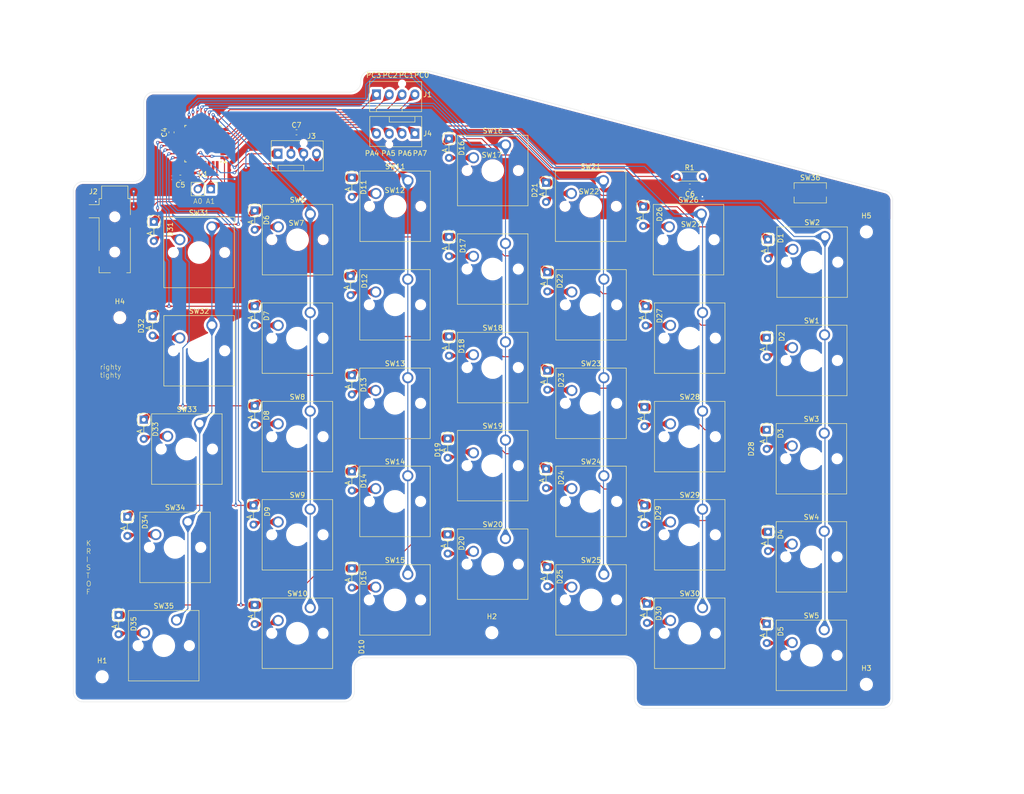
<source format=kicad_pcb>
(kicad_pcb (version 20240108) (generator "pcbnew") (generator_version "8.0")
  (title_block (title "Keyboard Right") (date "2024-12-05") (rev "1.0") (company "Anders Kristoffersen"))
  (layers (0 "F.Cu" signal) (31 "B.Cu" signal) (34 "B.Paste" user) (35 "F.Paste" user) (36 "B.SilkS" user "B.Silkscreen") (37 "F.SilkS" user "F.Silkscreen") (38 "B.Mask" user) (39 "F.Mask" user) (44 "Edge.Cuts" user))
  (net 0 "")
  (net 1 "VDD")
  (net 2 "GND")
  (net 3 "Net-(J3-Pin_4)")
  (net 4 "row1")
  (net 5 "Net-(D1-A)")
  (net 6 "row2")
  (net 7 "Net-(D2-A)")
  (net 8 "Net-(D3-A)")
  (net 9 "row3")
  (net 10 "Net-(D4-A)")
  (net 11 "row4")
  (net 12 "Net-(D5-A)")
  (net 13 "row5")
  (net 14 "Net-(D6-A)")
  (net 15 "Net-(D7-A)")
  (net 16 "Net-(D8-A)")
  (net 17 "Net-(D9-A)")
  (net 18 "Net-(D10-A)")
  (net 19 "Net-(D11-A)")
  (net 20 "Net-(D12-A)")
  (net 21 "Net-(D13-A)")
  (net 22 "Net-(D14-A)")
  (net 23 "Net-(D15-A)")
  (net 24 "Net-(D16-A)")
  (net 25 "Net-(D17-A)")
  (net 26 "Net-(D18-A)")
  (net 27 "Net-(D19-A)")
  (net 28 "Net-(D20-A)")
  (net 29 "Net-(D21-A)")
  (net 30 "Net-(D22-A)")
  (net 31 "Net-(D23-A)")
  (net 32 "Net-(D24-A)")
  (net 33 "Net-(D25-A)")
  (net 34 "Net-(D26-A)")
  (net 35 "Net-(D27-A)")
  (net 36 "Net-(D28-A)")
  (net 37 "Net-(D29-A)")
  (net 38 "Net-(D30-A)")
  (net 39 "Net-(D31-A)")
  (net 40 "Net-(D32-A)")
  (net 41 "Net-(D33-A)")
  (net 42 "Net-(D34-A)")
  (net 43 "Net-(D35-A)")
  (net 44 "Net-(J1-Pin_2)")
  (net 45 "Net-(J1-Pin_4)")
  (net 46 "Net-(J1-Pin_3)")
  (net 47 "Net-(J1-Pin_1)")
  (net 48 "scl")
  (net 49 "Net-(J3-Pin_1)")
  (net 50 "Net-(J4-Pin_3)")
  (net 51 "Net-(J4-Pin_2)")
  (net 52 "Net-(J4-Pin_1)")
  (net 53 "Net-(J4-Pin_4)")
  (net 54 "Net-(J5-Pin_1)")
  (net 55 "Net-(J5-Pin_2)")
  (net 56 "Net-(R1-Pad1)")
  (net 57 "col1")
  (net 58 "col2")
  (net 59 "col3")
  (net 60 "col4")
  (net 61 "col5")
  (net 62 "col6")
  (net 63 "col7")
  (net 66 "sda")
  (footprint "Diode_THT:D_DO-35_SOD27_P3.81mm_Vertical_AnodeUp" (layer "F.Cu") (at 121.25 96.750686 -90)
    (property "Reference" "D14")
    (property "Value" "D_45deg")
  )
  (footprint "Button_Switch_Keyboard:SW_Cherry_MX_1.00u_PCB" (layer "F.Cu") (at 190.77 104.25)
    (property "Reference" "SW29")
    (property "Value" "SW_Push")
  )
  (footprint "Package_QFP:TQFP-32_7x7mm_P0.8mm" (layer "F.Cu") (at 91.75 31.75 180)
    (property "Reference" "U1")
    (property "Value" "AVR32DA32x-xPT")
  )
  (footprint "Diode_THT:D_DO-35_SOD27_P3.81mm_Vertical_AnodeUp" (layer "F.Cu") (at 179.75 123.000686 -90)
    (property "Reference" "D30")
    (property "Value" "D_45deg")
  )
  (footprint "Button_Switch_Keyboard:SW_Cherry_MX_1.00u_PCB" (layer "F.Cu") (at 151.71 71.08)
    (property "Reference" "SW18")
    (property "Value" "SW_Push")
  )
  (footprint "Button_Switch_Keyboard:SW_Cherry_MX_1.00u_PCB" (layer "F.Cu") (at 190.77 65.25)
    (property "Reference" "SW27")
    (property "Value" "SW_Push")
  )
  (footprint "Connector:FanPinHeader_1x04_P2.54mm_Vertical" (layer "F.Cu") (at 133.75 29.75 180)
    (property "Reference" "J4")
    (property "Value" "Conn_01x04_Pin")
  )
  (footprint "Diode_THT:D_DO-35_SOD27_P3.81mm_Vertical_AnodeUp" (layer "F.Cu") (at 102 123.250686 -90)
    (property "Reference" "D10")
    (property "Value" "D_45deg")
  )
  (footprint "Diode_THT:D_DO-35_SOD27_P3.81mm_Vertical_AnodeUp" (layer "F.Cu") (at 102 83.750686 -90)
    (property "Reference" "D8")
    (property "Value" "D_45deg")
  )
  (footprint "Button_Switch_Keyboard:SW_Cherry_MX_1.75u_PCB" (layer "F.Cu") (at 86.5 126.25)
    (property "Reference" "SW35")
    (property "Value" "SW_Push")
  )
  (footprint "Diode_THT:D_DO-35_SOD27_P3.81mm_Vertical_AnodeUp" (layer "F.Cu") (at 203.75 108.750686 -90)
    (property "Reference" "D4")
    (property "Value" "D_45deg")
  )
  (footprint "Button_Switch_Keyboard:SW_Cherry_MX_1.50u_PCB" (layer "F.Cu") (at 214.96 69.67)
    (property "Reference" "SW1")
    (property "Value" "SW_Push")
  )
  (footprint "Diode_THT:D_DO-35_SOD27_P3.81mm_Vertical_AnodeUp" (layer "F.Cu") (at 179.25 103.500686 -90)
    (property "Reference" "D29")
    (property "Value" "D_45deg")
  )
  (footprint "Connector_Audio:Jack_3.5mm_CUI_SJ-3524-SMT_Horizontal" (layer "F.Cu") (at 74.25 48.75)
    (property "Reference" "J2")
    (property "Value" "AudioJack4")
  )
  (footprint "Diode_THT:D_DO-35_SOD27_P3.81mm_Vertical_AnodeUp" (layer "F.Cu") (at 121.25 116.000686 -90)
    (property "Reference" "D15")
    (property "Value" "D_45deg")
  )
  (footprint "Connector:FanPinHeader_1x04_P2.54mm_Vertical" (layer "F.Cu") (at 106.63 33.75)
    (property "Reference" "J3")
    (property "Value" "Conn_01x04_Pin")
  )
  (footprint "Diode_THT:D_DO-35_SOD27_P3.81mm_Vertical_AnodeUp" (layer "F.Cu") (at 140.5 70 -90)
    (property "Reference" "D18")
    (property "Value" "D_45deg")
  )
  (footprint "Diode_THT:D_DO-35_SOD27_P3.81mm_Vertical_AnodeUp" (layer "F.Cu") (at 140.25 90.250686 -90)
    (property "Reference" "D19")
    (property "Value" "D_45deg")
  )
  (footprint "Diode_THT:D_DO-35_SOD27_P3.81mm_Vertical_AnodeUp" (layer "F.Cu") (at 160 115.75 -90)
    (property "Reference" "D25")
    (property "Value" "D_45deg")
  )
  (footprint "Connector_PinHeader_2.54mm:PinHeader_1x02_P2.54mm_Vertical" (layer "F.Cu") (at 93.275 40.75 -90)
    (property "Reference" "J5" (hide yes))
    (property "Value" "Conn_01x02_Pin")
  )
  (footprint "Diode_THT:D_DO-35_SOD27_P3.81mm_Vertical_AnodeUp" (layer "F.Cu") (at 160 76.75 -90)
    (property "Reference" "D23")
    (property "Value" "D_45deg")
  )
  (footprint "Capacitor_SMD:C_0603_1608Metric" (layer "F.Cu") (at 85.5 29.5 90)
    (property "Reference" "C4")
    (property "Value" "C_Small")
  )
  (footprint "Button_Switch_Keyboard:SW_Cherry_MX_1.00u_PCB" (layer "F.Cu") (at 132.38 39.09)
    (property "Reference" "SW11")
    (property "Value" "SW_Push")
  )
  (footprint "Diode_THT:D_DO-35_SOD27_P3.81mm_Vertical_AnodeUp" (layer "F.Cu") (at 102 45.000686 -90)
    (property "Reference" "D6")
    (property "Value" "D_45deg")
  )
  (footprint "Diode_THT:D_DO-35_SOD27_P3.81mm_Vertical_AnodeUp" (layer "F.Cu") (at 76.75 105.75 -90)
    (property "Reference" "D34")
    (property "Value" "D_45deg")
  )
  (footprint "Button_Switch_Keyboard:SW_Cherry_MX_1.00u_PCB" (layer "F.Cu") (at 113 65.25)
    (property "Reference" "SW7")
    (property "Value" "SW_Push")
  )
  (footprint "MountingHole:MountingHole_2.1mm" (layer "F.Cu") (at 75.25 66.25)
    (property "Reference" "H4")
    (property "Value" "MountingHole")
  )
  (footprint "Capacitor_SMD:C_0603_1608Metric" (layer "F.Cu") (at 87.25 38.5 180)
    (property "Reference" "C5")
    (property "Value" "C_Small")
  )
  (footprint "Diode_THT:D_DO-35_SOD27_P3.81mm_Vertical_AnodeUp" (layer "F.Cu") (at 203.5 127.000686 -90)
    (property "Reference" "D5")
    (property "Value" "D_45deg")
  )
  (footprint "Button_Switch_Keyboard:SW_Cherry_MX_1.00u_PCB" (layer "F.Cu") (at 190.77 123.79)
    (property "Reference" "SW30")
    (property "Value" "SW_Push")
  )
  (footprint "Button_Switch_Keyboard:SW_Cherry_MX_1.00u_PCB" (layer "F.Cu") (at 190.77 84.79)
    (property "Reference" "SW28")
    (property "Value" "SW_Push")
  )
  (footprint "Button_Switch_Keyboard:SW_Cherry_MX_1.50u_PCB" (layer "F.Cu") (at 214.9 128.17)
    (property "Reference" "SW5")
    (property "Value" "SW_Push")
  )
  (footprint "Button_Switch_Keyboard:SW_Cherry_MX_1.00u_PCB" (layer "F.Cu") (at 151.72 32)
    (property "Reference" "SW16")
    (property "Value" "SW_Push")
  )
  (footprint "Button_Switch_Keyboard:SW_Cherry_MX_1.00u_PCB" (layer "F.Cu") (at 171.21 58.63)
    (property "Reference" "SW22")
    (property "Value" "SW_Push")
  )
  (footprint "Diode_THT:D_DO-35_SOD27_P3.81mm_Vertical_AnodeUp" (layer "F.Cu") (at 179.5 64 -90)
    (property "Reference" "D27")
    (property "Value" "D_45deg")
  )
  (footprint "Diode_THT:D_DO-35_SOD27_P3.81mm_Vertical_AnodeUp" (layer "F.Cu") (at 179.25 84.000686 -90)
    (property "Reference" "D28")
    (property "Value" "D_45deg")
  )
  (footprint "Diode_THT:D_DO-35_SOD27_P3.81mm_Vertical_AnodeUp" (layer "F.Cu") (at 140.5 30.750686 -90)
    (property "Reference" "D16")
    (property "Value" "D_45deg")
  )
  (footprint "Button_Switch_SMD:SW_Tactile_SPST_NO_Straight_CK_PTS636Sx25SMTRLFS" (layer "F.Cu") (at 212.125 41.5)
    (property "Reference" "SW36")
    (property "Value" "SW_Push")
  )
  (footprint "MountingHole:MountingHole_2.1mm" (layer "F.Cu") (at 223.25 49.25)
    (property "Reference" "H5")
    (property "Value" "MountingHole")
  )
  (footprint "Button_Switch_Keyboard:SW_Cherry_MX_1.00u_PCB" (layer "F.Cu") (at 132.34 97.63)
    (property "Reference" "SW14")
    (property "Value" "SW_Push")
  )
  (footprint "Capacitor_SMD:C_0603_1608Metric" (layer "F.Cu") (at 110.275 29.5)
    (property "Reference" "C7")
    (property "Value" "C_Small")
  )
  (footprint "Button_Switch_Keyboard:SW_Cherry_MX_1.00u_PCB" (layer "F.Cu") (at 113 104.25)
    (property "Reference" "SW9")
    (property "Value" "SW_Push")
  )
  (footprint "Button_Switch_Keyboard:SW_Cherry_MX_1.00u_PCB" (layer "F.Cu") (at 93.5 48.25)
    (property "Reference" "SW31")
    (property "Value" "SW_Push")
  )
  (footprint "Button_Switch_Keyboard:SW_Cherry_MX_1.00u_PCB" (layer "F.Cu") (at 171.13 39.09)
    (property "Reference" "SW21")
    (property "Value" "SW_Push")
  )
  (footprint "Button_Switch_Keyboard:SW_Cherry_MX_1.00u_PCB" (layer "F.Cu") (at 151.71 51.54)
    (property "Reference" "SW17")
    (property "Value" "SW_Push")
  )
  (footprint "Diode_THT:D_DO-35_SOD27_P3.81mm_Vertical_AnodeUp" (layer "F.Cu") (at 160 57.250686 -90)
    (property "Reference" "D22")
    (property "Value" "D_45deg")
  )
  (footprint "Button_Switch_Keyboard:SW_Cherry_MX_1.00u_PCB" (layer "F.Cu") (at 190.53 45.71)
    (property "Reference" "SW26")
    (property "Value" "SW_Push")
  )
  (footprint "Button_Switch_Keyboard:SW_Cherry_MX_1.50u_PCB" (layer "F.Cu") (at 214.9 89.17)
    (property "Reference" "SW3")
    (property "Value" "SW_Push")
  )
  (footprint "MountingHole:MountingHole_2.1mm" (layer "F.Cu") (at 223.25 139)
    (property "Reference" "H3")
    (property "Value" "MountingHole")
  )
  (footprint "Diode_THT:D_DO-35_SOD27_P3.81mm_Vertical_AnodeUp" (layer "F.Cu") (at 203.5 70.25 -90)
    (property "Reference" "D2")
    (property "Value" "D_45deg")
  )
  (footprint "Diode_THT:D_DO-35_SOD27_P3.81mm_Vertical_AnodeUp" (layer "F.Cu") (at 140.5 50.250686 -90)
    (property "Reference" "D17")
    (property "Value" "D_45deg")
  )
  (footprint "MountingHole:MountingHole_2.1mm" (layer "F.Cu") (at 71.75 137.5)
    (property "Reference" "H1")
    (property "Value" "MountingHole")
  )
  (footprint "Resistor_THT:R_Axial_DIN0204_L3.6mm_D1.6mm_P5.08mm_Horizontal" (layer "F.Cu") (at 190.75 38.25 180)
    (property "Reference" "R1")
    (property "Value" "R")
  )
  (footprint "Diode_THT:D_DO-35_SOD27_P3.81mm_Vertical_AnodeUp" (layer "F.Cu") (at 82 47.25 -90)
    (property "Reference" "D31")
    (property "Value" "D_45deg")
  )
  (footprint "Diode_THT:D_DO-35_SOD27_P3.81mm_Vertical_AnodeUp" (layer "F.Cu") (at 121 58.000686 -90)
    (property "Reference" "D12")
    (property "Value" "D_45deg")
  )
  (footprint "MountingHole:MountingHole_2.1mm" (layer "F.Cu") (at 149 128.75)
    (property "Reference" "H2")
    (property "Value" "MountingHole")
  )
  (footprint "Button_Switch_Keyboard:SW_Cherry_MX_1.00u_PCB" (layer "F.Cu") (at 132.34 58.63)
    (property "Reference" "SW12")
    (property "Value" "SW_Push")
  )
  (footprint "Diode_THT:D_DO-35_SOD27_P3.81mm_Vertical_AnodeUp" (layer "F.Cu") (at 179 44.25 -90)
    (property "Reference" "D26")
    (property "Value" "D_45deg")
  )
  (footprint "Button_Switch_Keyboard:SW_Cherry_MX_1.50u_PCB" (layer "F.Cu") (at 88.75 106.75)
    (property "Reference" "SW34")
    (property "Value" "SW_Push")
  )
  (footprint "Button_Switch_Keyboard:SW_Cherry_MX_1.00u_PCB" (layer "F.Cu") (at 151.71 110.08)
    (property "Reference" "SW20")
    (property "Value" "SW_Push")
  )
  (footprint "Diode_THT:D_DO-35_SOD27_P3.81mm_Vertical_AnodeUp" (layer "F.Cu") (at 121.25 38.500686 -90)
    (property "Reference" "D11")
    (property "Value" "D_45deg")
  )
  (footprint "Button_Switch_Keyboard:SW_Cherry_MX_1.00u_PCB" (layer "F.Cu") (at 171.21 117.17)
    (property "Reference" "SW25")
    (property "Value" "SW_Push")
  )
  (footprint "Diode_THT:D_DO-35_SOD27_P3.81mm_Vertical_AnodeUp" (layer "F.Cu") (at 140.25 109.250686 -90)
    (property "Reference" "D20")
    (property "Value" "D_45deg")
  )
  (footprint "Button_Switch_Keyboard:SW_Cherry_MX_1.00u_PCB" (layer "F.Cu") (at 113.02 45.71)
    (property "Reference" "SW6")
    (property "Value" "SW_Push")
  )
  (footprint "Button_Switch_Keyboard:SW_Cherry_MX_1.00u_PCB" (layer "F.Cu") (at 132.34 117.17)
    (property "Reference" "SW15")
    (property "Value" "SW_Push")
  )
  (footprint "Connector:FanPinHeader_1x04_P2.54mm_Vertical" (layer "F.Cu") (at 126.13 22)
    (property "Reference" "J1")
    (property "Value" "Conn_01x04_Pin")
  )
  (footprint "Button_Switch_Keyboard:SW_Cherry_MX_1.00u_PCB" (layer "F.Cu") (at 132.34 78.17)
    (property "Reference" "SW13")
    (property "Value" "SW_Push")
  )
  (footprint "Button_Switch_Keyboard:SW_Cherry_MX_1.50u_PCB" (layer "F.Cu") (at 214.9 108.63)
    (property "Reference" "SW4")
    (property "Value" "SW_Push")
  )
  (footprint "Diode_THT:D_DO-35_SOD27_P3.81mm_Vertical_AnodeUp" (layer "F.Cu") (at 75 125.25 -90)
    (property "Reference" "D35")
    (property "Value" "D_45deg")
  )
  (footprint "Button_Switch_Keyboard:SW_Cherry_MX_1.00u_PCB" (layer "F.Cu") (at 171.21 97.63)
    (property "Reference" "SW24")
    (property "Value" "SW_Push")
  )
  (footprint "Button_Switch_Keyboard:SW_Cherry_MX_1.50u_PCB" (layer "F.Cu") (at 215.04 50.17)
    (property "Reference" "SW2")
    (property "Value" "SW_Push")
  )
  (footprint "Diode_THT:D_DO-35_SOD27_P3.81mm_Vertical_AnodeUp" (layer "F.Cu") (at 159.75 39.5 -90)
    (property "Reference" "D21")
    (property "Value" "D_45deg")
  )
  (footprint "Button_Switch_Keyboard:SW_Cherry_MX_1.00u_PCB" (layer "F.Cu") (at 113 123.79)
    (property "Reference" "SW10")
    (property "Value" "SW_Push")
  )
  (footprint "Button_Switch_Keyboard:SW_Cherry_MX_1.25u_PCB" (layer "F.Cu") (at 91.08 87.25)
    (property "Reference" "SW33")
    (property "Value" "SW_Push")
  )
  (footprint "Button_Switch_Keyboard:SW_Cherry_MX_1.00u_PCB" (layer "F.Cu") (at 171.21 78.17)
    (property "Reference" "SW23")
    (property "Value" "SW_Push")
  )
  (footprint "Diode_THT:D_DO-35_SOD27_P3.81mm_Vertical_AnodeUp" (layer "F.Cu") (at 81.75 66 -90)
    (property "Reference" "D32")
    (property "Value" "D_45deg")
  )
  (footprint "Diode_THT:D_DO-35_SOD27_P3.81mm_Vertical_AnodeUp" (layer "F.Cu") (at 102 64 -90)
    (property "Reference" "D7")
    (property "Value" "D_45deg")
  )
  (footprint "Button_Switch_Keyboard:SW_Cherry_MX_1.00u_PCB" (layer "F.Cu") (at 93.5 67.75)
    (property "Reference" "SW32")
    (property "Value" "SW_Push")
  )
  (footprint "Diode_THT:D_DO-35_SOD27_P3.81mm_Vertical_AnodeUp" (layer "F.Cu") (at 101.75 103.500686 -90)
    (property "Reference" "D9")
    (property "Value" "D_45deg")
  )
  (footprint "Button_Switch_Keyboard:SW_Cherry_MX_1.00u_PCB" (layer "F.Cu") (at 151.71 90.54)
    (property "Reference" "SW19")
    (property "Value" "SW_Push")
  )
  (footprint "Diode_THT:D_DO-35_SOD27_P3.81mm_Vertical_AnodeUp" (layer "F.Cu") (at 159.75 96.25 -90)
    (property "Reference" "D24")
    (property "Value" "D_45deg")
  )
  (footprint "Capacitor_SMD:C_0603_1608Metric" (layer "F.Cu") (at 188.25 40.25)
    (property "Reference" "C6")
    (property "Value" "C_Small")
  )
  (footprint "Diode_THT:D_DO-35_SOD27_P3.81mm_Vertical_AnodeUp" (layer "F.Cu") (at 203.75 50.750686 -90)
    (property "Reference" "D1")
    (property "Value" "D_45deg")
  )
  (footprint "Button_Switch_Keyboard:SW_Cherry_MX_1.00u_PCB" (layer "F.Cu") (at 113 84.79)
    (property "Reference" "SW8")
    (property "Value" "SW_Push")
  )
  (footprint "Diode_THT:D_DO-35_SOD27_P3.81mm_Vertical_AnodeUp" (layer "F.Cu") (at 203.5 88.500686 -90)
    (property "Reference" "D3")
    (property "Value" "D_45deg")
  )
  (footprint "Diode_THT:D_DO-35_SOD27_P3.81mm_Vertical_AnodeUp" (layer "F.Cu") (at 121.25 77.69 -90)
    (property "Reference" "D13")
    (property "Value" "D_45deg")
  )
  (footprint "Diode_THT:D_DO-35_SOD27_P3.81mm_Vertical_AnodeUp" (layer "F.Cu") (at 80 86.5 -90)
    (property "Reference" "D33")
    (property "Value" "D_45deg")
  )
  (gr_arc (start 175.25 133.75) (mid 176.664214 134.335786) (end 177.25 135.75) (stroke (width 0.05)) (layer "Edge.Cuts"))
  (gr_line (start 80 23.5) (end 80 37.25) (stroke (width 0.05)) (layer "Edge.Cuts"))
  (gr_line (start 123.75 133.75) (end 175.25 133.75) (stroke (width 0.05)) (layer "Edge.Cuts"))
  (gr_line (start 135.991518 17.25) (end 125 17.25) (stroke (width 0.05)) (layer "Edge.Cuts"))
  (gr_arc (start 121.75 135.75) (mid 122.335786 134.335786) (end 123.75 133.75) (stroke (width 0.05)) (layer "Edge.Cuts"))
  (gr_arc (start 80 23.5) (mid 80.616987 22.054475) (end 82.087624 21.500001) (stroke (width 0.05)) (layer "Edge.Cuts"))
  (gr_line (start 228.5 141.75) (end 228.5 43.042203) (stroke (width 0.05)) (layer "Edge.Cuts"))
  (gr_arc (start 227.008471 41.107918) (mid 228.083816 41.820921) (end 228.5 43.042203) (stroke (width 0.05)) (layer "Edge.Cuts"))
  (gr_arc (start 123 19.5) (mid 122.414214 20.914214) (end 121 21.5) (stroke (width 0.05)) (layer "Edge.Cuts"))
  (gr_arc (start 123 19.25) (mid 123.585786 17.835786) (end 125 17.25) (stroke (width 0.05)) (layer "Edge.Cuts"))
  (gr_arc (start 66 41.25) (mid 66.585786 39.835786) (end 68 39.25) (stroke (width 0.05)) (layer "Edge.Cuts"))
  (gr_line (start 78 39.25) (end 68 39.25) (stroke (width 0.05)) (layer "Edge.Cuts"))
  (gr_line (start 121 21.5) (end 82.087624 21.500001) (stroke (width 0.05)) (layer "Edge.Cuts"))
  (gr_line (start 227.008471 41.107918) (end 136.499989 17.315715) (stroke (width 0.05)) (layer "Edge.Cuts"))
  (gr_arc (start 80 37.25) (mid 79.414214 38.664214) (end 78 39.25) (stroke (width 0.05)) (layer "Edge.Cuts"))
  (gr_arc (start 135.991518 17.25) (mid 136.247868 17.266499) (end 136.499989 17.315715) (stroke (width 0.05)) (layer "Edge.Cuts"))
  (gr_arc (start 68 142.5) (mid 66.585786 141.914214) (end 66 140.5) (stroke (width 0.05)) (layer "Edge.Cuts"))
  (gr_line (start 179.25 143.75) (end 226.5 143.75) (stroke (width 0.05)) (layer "Edge.Cuts"))
  (gr_line (start 177.25 135.75) (end 177.25 141.75) (stroke (width 0.05)) (layer "Edge.Cuts"))
  (gr_line (start 121.75 140.5) (end 121.75 135.75) (stroke (width 0.05)) (layer "Edge.Cuts"))
  (gr_arc (start 179.25 143.75) (mid 177.835786 143.164214) (end 177.25 141.75) (stroke (width 0.05)) (layer "Edge.Cuts"))
  (gr_line (start 123 19.25) (end 123 19.5) (stroke (width 0.05)) (layer "Edge.Cuts"))
  (gr_line (start 68 142.5) (end 119.75 142.5) (stroke (width 0.05)) (layer "Edge.Cuts"))
  (gr_arc (start 121.75 140.5) (mid 121.164214 141.914214) (end 119.75 142.5) (stroke (width 0.05)) (layer "Edge.Cuts"))
  (gr_arc (start 228.5 141.75) (mid 227.914214 143.164214) (end 226.5 143.75) (stroke (width 0.05)) (layer "Edge.Cuts"))
  (gr_line (start 66 41.25) (end 66 140.5) (stroke (width 0.05)) (layer "Edge.Cuts"))
  (gr_text "PC1" (at 130.5 18.75 0) (layer "F.SilkS") (effects (font (size 1 1)) (justify left bottom)))
  (gr_text "PA7" (at 133.25 34.25 0) (layer "F.SilkS") (effects (font (size 1 1)) (justify left bottom)))
  (gr_text "righty\ntighty" (at 71.25 78.25 0) (layer "F.SilkS") (effects (font (size 1 1) (thickness 0.1)) (justify left bottom)))
  (gr_text "PC2" (at 127.25 18.75 0) (layer "F.SilkS") (effects (font (size 1 1)) (justify left bottom)))
  (gr_text "A0" (at 89.75 43.75 0) (layer "F.SilkS") (effects (font (size 1 1) (thickness 0.1)) (justify left bottom)))
  (gr_text "PA6" (at 130.25 34.25 0) (layer "F.SilkS") (effects (font (size 1 1)) (justify left bottom)))
  (gr_text "PC3" (at 124 18.75 0) (layer "F.SilkS") (effects (font (size 1 1)) (justify left bottom)))
  (gr_text "A1" (at 92.25 43.75 0) (layer "F.SilkS") (effects (font (size 1 1) (thickness 0.1)) (justify left bottom)))
  (gr_text "PA4" (at 123.75 34.25 0) (layer "F.SilkS") (effects (font (size 1 1)) (justify left bottom)))
  (gr_text "PC0" (at 133.5 18.75 0) (layer "F.SilkS") (effects (font (size 1 1)) (justify left bottom)))
  (gr_text "K\nR\nI\nS\nT\nO\nF" (at 68.5 121.25 0) (layer "F.SilkS") (effects (font (size 1 1) (thickness 0.1)) (justify left bottom)))
  (gr_text "PA5" (at 127 34.25 0) (layer "F.SilkS") (effects (font (size 1 1)) (justify left bottom)))
  (segment (start 104.25 29.5) (end 109.5 29.5) (width 0.2) (layer "F.Cu") (net 1))
  (segment (start 78 44.25) (end 78 47.1) (width 0.2) (layer "F.Cu") (net 1))
  (segment (start 91.35 36.9) (end 91.35 36) (width 0.2) (layer "F.Cu") (net 1))
  (segment (start 86.525 29.75) (end 87.5 29.75) (width 0.2) (layer "F.Cu") (net 1))
  (segment (start 87.475 37.5) (end 90.75 37.5) (width 0.2) (layer "F.Cu") (net 1))
  (segment (start 90.75 37.5) (end 91.35 36.9) (width 0.2) (layer "F.Cu") (net 1))
  (segment (start 86.475 38.5) (end 87.475 37.5) (width 0.2) (layer "F.Cu") (net 1))
  (segment (start 98 38.75) (end 100.25 36.5) (width 0.2) (layer "F.Cu") (net 1))
  (segment (start 109.5 29.5) (end 109.5 33.42) (width 0.2) (layer "F.Cu") (net 1))
  (segment (start 85.5 28.725) (end 86.525 29.75) (width 0.2) (layer "F.Cu") (net 1))
  (segment (start 78 47.1) (end 77.95 47.15) (width 0.2) (layer "F.Cu") (net 1))
  (segment (start 109.5 33.42) (end 109.17 33.75) (width 0.2) (layer "F.Cu") (net 1))
  (segment (start 91.5 36.15) (end 91.35 36) (width 0.2) (layer "F.Cu") (net 1))
  (segment (start 100.75 33) (end 104.25 29.5) (width 0.2) (layer "F.Cu") (net 1))
  (via (at 98 38.75) (size 0.6) (drill 0.3) (layers "F.Cu" "B.Cu") (net 1))
  (via (at 100.25 36.5) (size 0.6) (drill 0.3) (layers "F.Cu" "B.Cu") (net 1))
  (via (at 78 41.25) (size 0.6) (drill 0.3) (layers "F.Cu" "B.Cu") (net 1))
  (via (at 90.75 37.5) (size 0.6) (drill 0.3) (layers "F.Cu" "B.Cu") (net 1))
  (via (at 78 44.25) (size 0.5) (drill 0.3) (layers "F.Cu" "B.Cu") (net 1))
  (via (at 100.75 33) (size 0.6) (drill 0.3) (layers "F.Cu" "B.Cu") (net 1))
  (segment (start 90.75 37.5) (end 92 38.75) (width 0.2) (layer "B.Cu") (net 1))
  (segment (start 100.25 36.5) (end 100.25 33.5) (width 0.2) (layer "B.Cu") (net 1))
  (segment (start 78 44.25) (end 78 41.25) (width 0.2) (layer "B.Cu") (net 1))
  (segment (start 100.25 33.5) (end 100.75 33) (width 0.2) (layer "B.Cu") (net 1))
  (segment (start 92 38.75) (end 98 38.75) (width 0.2) (layer "B.Cu") (net 1))
  (segment (start 192 41.5) (end 190.75 40.25) (width 0.2) (layer "F.Cu") (net 2))
  (segment (start 90.75 38.5) (end 92 37.25) (width 0.2) (layer "F.Cu") (net 2))
  (segment (start 83.775 30.275) (end 83.75 30.25) (width 0.2) (layer "F.Cu") (net 2))
  (segment (start 85.5 30.275) (end 86.275 30.275) (width 0.2) (layer "F.Cu") (net 2))
  (segment (start 110.5 30.05) (end 110.5 32.54) (width 0.2) (layer "F.Cu") (net 2))
  (segment (start 92 37.25) (end 92 36.15) (width 0.2) (layer "F.Cu") (net 2))
  (segment (start 208.25 41.5) (end 192 41.5) (width 0.2) (layer "F.Cu") (net 2))
  (segment (start 85.5 30.275) (end 83.775 30.275) (width 0.2) (layer "F.Cu") (net 2))
  (segment (start 190.75 40.25) (end 189.025 40.25) (width 0.2) (layer "F.Cu") (net 2))
  (segment (start 92 36.15) (end 92.15 36) (width 0.2) (layer "F.Cu") (net 2))
  (segment (start 110.5 32.54) (end 111.71 33.75) (width 0.2) (layer "F.Cu") (net 2))
  (segment (start 88.025 38.5) (end 90.75 38.5) (width 0.2) (layer "F.Cu") (net 2))
  (segment (start 70.55 45.15) (end 70.55 43.3) (width 0.2) (layer "F.Cu") (net 2))
  (segment (start 86.275 30.275) (end 86.55 30.55) (width 0.2) (layer "F.Cu") (net 2))
  (segment (start 111.05 29.5) (end 110.5 30.05) (width 0.2) (layer "F.Cu") (net 2))
  (segment (start 86.55 30.55) (end 87.5 30.55) (width 0.2) (layer "F.Cu") (net 2))
  (segment (start 189.025 40.25) (end 189.025 40.525) (width 0.2) (layer "F.Cu") (net 2))
  (segment (start 189.025 40.525) (end 190.75 42.25) (width 0.2) (layer "F.Cu") (net 2))
  (segment (start 70.55 43.3) (end 70.5 43.25) (width 0.2) (layer "F.Cu") (net 2))
  (via (at 70.5 43.25) (size 0.6) (drill 0.3) (layers "F.Cu" "B.Cu") (net 2))
  (via (at 90.75 38.5) (size 0.6) (drill 0.3) (layers "F.Cu" "B.Cu") (net 2))
  (via (at 83.75 30.25) (size 0.6) (drill 0.3) (layers "F.Cu" "B.Cu") (net 2))
  (via (at 190.75 42.25) (size 0.6) (drill 0.3) (layers "F.Cu" "B.Cu") (net 2))
  (segment (start 114.25 35.75) (end 112.75 35.75) (width 0.2) (layer "F.Cu") (net 3))
  (segment (start 187.475 40.055) (end 185.67 38.25) (width 0.2) (layer "F.Cu") (net 3))
  (segment (start 185.67 38.25) (end 177 38.25) (width 0.2) (layer "F.Cu") (net 3))
  (segment (start 99.75 35.75) (end 98 37.5) (width 0.2) (layer "F.Cu") (net 3))
  (segment (start 91 33.5) (end 89.75 34.75) (width 0.2) (layer "F.Cu") (net 3))
  (segment (start 177 38.25) (end 175.25 36.5) (width 0.2) (layer "F.Cu") (net 3))
  (segment (start 160.75 36.5) (end 152.5 28.25) (width 0.2) (layer "F.Cu") (net 3))
  (segment (start 89.75 34.75) (end 89.75 36) (width 0.2) (layer "F.Cu") (net 3))
  (segment (start 112.75 35.75) (end 99.75 35.75) (width 0.2) (layer "F.Cu") (net 3))
  (segment (start 152.5 28.25) (end 140.25 28.25) (width 0.2) (layer "F.Cu") (net 3))
  (segment (start 187.475 40.25) (end 187.475 40.055) (width 0.2) (layer "F.Cu") (net 3))
  (segment (start 132.75 35.75) (end 112.75 35.75) (width 0.2) (layer "F.Cu") (net 3))
  (segment (start 140.25 28.25) (end 132.75 35.75) (width 0.2) (layer "F.Cu") (net 3))
  (segment (start 91.25 33.5) (end 91 33.5) (width 0.2) (layer "F.Cu") (net 3))
  (segment (start 175.25 36.5) (end 160.75 36.5) (width 0.2) (layer "F.Cu") (net 3))
  (segment (start 114.25 33.75) (end 114.25 35.75) (width 0.2) (layer "F.Cu") (net 3))
  (via (at 98 37.5) (size 0.6) (drill 0.3) (layers "F.Cu" "B.Cu") (net 3))
  (via (at 91.25 33.5) (size 0.6) (drill 0.3) (layers "F.Cu" "B.Cu") (net 3))
  (segment (start 91.25 33.5) (end 95.25 37.5) (width 0.2) (layer "B.Cu") (net 3))
  (segment (start 95.25 37.5) (end 98 37.5) (width 0.2) (layer "B.Cu") (net 3))
  (segment (start 201.249314 48.25) (end 203.75 50.750686) (width 0.2) (layer "F.Cu") (net 4))
  (segment (start 100.75 46.250686) (end 102 45.000686) (width 0.2) (layer "F.Cu") (net 4))
  (segment (start 189.75 48.25) (end 201.249314 48.25) (width 0.2) (layer "F.Cu") (net 4))
  (segment (start 115.749314 38.500686) (end 121.25 38.500686) (width 0.2) (layer "F.Cu") (net 4))
  (segment (start 147.000686 30.750686) (end 150.25 34) (width 0.2) (layer "F.Cu") (net 4))
  (segment (start 82.75 44.5) (end 82.75 46.5) (width 0.2) (layer "F.Cu") (net 4))
  (segment (start 159.75 39.5) (end 168.25 39.5) (width 0.2) (layer "F.Cu") (net 4))
  (segment (start 121.25 38.500686) (end 128.749314 38.500686) (width 0.2) (layer "F.Cu") (net 4))
  (segment (start 179 44.25) (end 185.75 44.25) (width 0.2) (layer "F.Cu") (net 4))
  (segment (start 82 47.25) (end 82.999314 46.250686) (width 0.2) (layer "F.Cu") (net 4))
  (segment (start 130.75 36.5) (end 134.750686 36.5) (width 0.2) (layer "F.Cu") (net 4))
  (segment (start 87.35 31.5) (end 87.5 31.35) (width 0.2) (layer "F.Cu") (net 4))
  (segment (start 109.249314 45.000686) (end 115.749314 38.500686) (width 0.2) (layer "F.Cu") (net 4))
  (segment (start 82.75 46.5) (end 82 47.25) (width 0.2) (layer "F.Cu") (net 4))
  (segment (start 82.75 31.5) (end 87.35 31.5) (width 0.2) (layer "F.Cu") (net 4))
  (segment (start 176.75 42) (end 179 44.25) (width 0.2) (layer "F.Cu") (net 4))
  (segment (start 140.5 30.750686) (end 147.000686 30.750686) (width 0.2) (layer "F.Cu") (net 4))
  (segment (start 150.25 34) (end 154.25 34) (width 0.2) (layer "F.Cu") (net 4))
  (segment (start 170.75 42) (end 176.75 42) (width 0.2) (layer "F.Cu") (net 4))
  (segment (start 102 45.000686) (end 109.249314 45.000686) (width 0.2) (layer "F.Cu") (net 4))
  (segment (start 82.999314 46.250686) (end 100.75 46.250686) (width 0.2) (layer "F.Cu") (net 4))
  (segment (start 185.75 44.25) (end 189.75 48.25) (width 0.2) (layer "F.Cu") (net 4))
  (segment (start 154.25 34) (end 159.75 39.5) (width 0.2) (layer "F.Cu") (net 4))
  (segment (start 128.749314 38.500686) (end 130.75 36.5) (width 0.2) (layer "F.Cu") (net 4))
  (segment (start 134.750686 36.5) (end 140.5 30.750686) (width 0.2) (layer "F.Cu") (net 4))
  (segment (start 168.25 39.5) (end 170.75 42) (width 0.2) (layer "F.Cu") (net 4))
  (via (at 82.75 31.5) (size 0.6) (drill 0.3) (layers "F.Cu" "B.Cu") (net 4))
  (via (at 82.75 44.5) (size 0.6) (drill 0.3) (layers "F.Cu" "B.Cu") (net 4))
  (segment (start 82.75 44.5) (end 82.75 31.5) (width 0.2) (layer "B.Cu") (net 4))
  (segment (start 203.75 54.560686) (end 205.600686 52.71) (width 0.2) (layer "F.Cu") (net 5))
  (segment (start 205.600686 52.71) (end 208.69 52.71) (width 0.2) (layer "F.Cu") (net 5))
  (segment (start 151.5 54) (end 147.5 50) (width 0.2) (layer "F.Cu") (net 6))
  (segment (start 102 64) (end 85 64) (width 0.2) (layer "F.Cu") (net 6))
  (segment (start 203.5 70.25) (end 197 70.25) (width 0.2) (layer "F.Cu") (net 6))
  (segment (start 179.75 64.25) (end 179.5 64) (width 0.2) (layer "F.Cu") (net 6))
  (segment (start 83.5 32.25) (end 83.6 32.15) (width 0.2) (layer "F.Cu") (net 6))
  (segment (start 85 64) (end 83.75 64) (width 0.2) (layer "F.Cu") (net 6))
  (segment (start 190.5 67.75) (end 187 64.25) (width 0.2) (layer "F.Cu") (net 6))
  (segment (start 128.75 50.250686) (end 121 58.000686) (width 0.2) (layer "F.Cu") (net 6))
  (segment (start 160 57.250686) (end 156.749314 54) (width 0.2) (layer "F.Cu") (net 6))
  (segment (start 177 61.5) (end 171 61.5) (width 0.2) (layer "F.Cu") (net 6))
  (segment (start 83.6 32.15) (end 87.5 32.15) (width 0.2) (layer "F.Cu") (net 6))
  (segment (start 197 70.25) (end 194.5 67.75) (width 0.2) (layer "F.Cu") (net 6))
  (segment (start 194.5 67.75) (end 190.5 67.75) (width 0.2) (layer "F.Cu") (net 6))
  (segment (start 83.75 64) (end 81.75 66) (width 0.2) (layer "F.Cu") (net 6))
  (segment (start 156.749314 54) (end 151.5 54) (width 0.2) (layer "F.Cu") (net 6))
  (segment (start 179.5 64) (end 177 61.5) (width 0.2) (layer "F.Cu") (net 6))
  (segment (start 107.999314 58.000686) (end 102 64) (width 0.2) (layer "F.Cu") (net 6))
  (segment (start 171 61.5) (end 166.750686 57.250686) (width 0.2) (layer "F.Cu") (net 6))
  (segment (start 121 58.000686) (end 107.999314 58.000686) (width 0.2) (layer "F.Cu") (net 6))
  (segment (start 166.750686 57.250686) (end 160 57.250686) (width 0.2) (layer "F.Cu") (net 6))
  (segment (start 187 64.25) (end 179.75 64.25) (width 0.2) (layer "F.Cu") (net 6))
  (segment (start 140.5 50.250686) (end 128.75 50.250686) (width 0.2) (layer "F.Cu") (net 6))
  (segment (start 140.750686 50) (end 140.5 50.250686) (width 0.2) (layer "F.Cu") (net 6))
  (segment (start 147.5 50) (end 140.750686 50) (width 0.2) (layer "F.Cu") (net 6))
  (via (at 83.5 32.25) (size 0.6) (drill 0.3) (layers "F.Cu" "B.Cu") (net 6))
  (via (at 85 64) (size 0.6) (drill 0.3) (layers "F.Cu" "B.Cu") (net 6))
  (segment (start 83.5 32.25) (end 83.25 32.5) (width 0.2) (layer "B.Cu") (net 6))
  (segment (start 83.25 44) (end 84.5 45.25) (width 0.2) (layer "B.Cu") (net 6))
  (segment (start 84.5 45.25) (end 84.5 54.5) (width 0.2) (layer "B.Cu") (net 6))
  (segment (start 85 55) (end 85 64) (width 0.2) (layer "B.Cu") (net 6))
  (segment (start 83.25 32.5) (end 83.25 44) (width 0.2) (layer "B.Cu") (net 6))
  (segment (start 84.5 54.5) (end 85 55) (width 0.2) (layer "B.Cu") (net 6))
  (segment (start 203.5 74.06) (end 204.19 74.06) (width 0.2) (layer "F.Cu") (net 7))
  (segment (start 204.19 74.06) (end 206.04 72.21) (width 0.2) (layer "F.Cu") (net 7))
  (segment (start 206.04 72.21) (end 208.61 72.21) (width 0.2) (layer "F.Cu") (net 7))
  (segment (start 203.5 92.310686) (end 204.100686 91.71) (width 0.2) (layer "F.Cu") (net 8))
  (segment (start 204.100686 91.71) (end 208.55 91.71) (width 0.2) (layer "F.Cu") (net 8))
  (segment (start 151.25 74) (end 157.25 74) (width 0.2) (layer "F.Cu") (net 9))
  (segment (start 140.5 70) (end 128.94 70) (width 0.2) (layer "F.Cu") (net 9))
  (segment (start 121.25 77.69) (end 108.060686 77.69) (width 0.2) (layer "F.Cu") (net 9))
  (segment (start 82.749314 83.750686) (end 80 86.5) (width 0.2) (layer "F.Cu") (net 9))
  (segment (start 160 76.75) (end 166.25 76.75) (width 0.2) (layer "F.Cu") (net 9))
  (segment (start 108.060686 77.69) (end 102 83.750686) (width 0.2) (layer "F.Cu") (net 9))
  (segment (start 102 83.750686) (end 82.749314 83.750686) (width 0.2) (layer "F.Cu") (net 9))
  (segment (start 166.25 76.75) (end 169.75 80.25) (width 0.2) (layer "F.Cu") (net 9))
  (segment (start 84.25 33) (end 84.3 32.95) (width 0.2) (layer "F.Cu") (net 9))
  (segment (start 147.25 70) (end 151.25 74) (width 0.2) (layer "F.Cu") (net 9))
  (segment (start 84.3 32.95) (end 87.5 32.95) (width 0.2) (layer "F.Cu") (net 9))
  (segment (start 191.250686 88.500686) (end 203.5 88.500686) (width 0.2) (layer "F.Cu") (net 9))
  (segment (start 178.500686 84.000686) (end 179.25 84.000686) (width 0.2) (layer "F.Cu") (net 9))
  (segment (start 128.94 70) (end 121.25 77.69) (width 0.2) (layer "F.Cu") (net 9))
  (segment (start 174.75 80.25) (end 178.500686 84.000686) (width 0.2) (layer "F.Cu") (net 9))
  (segment (start 179.25 84.000686) (end 186.750686 84.000686) (width 0.2) (layer "F.Cu") (net 9))
  (segment (start 157.25 74) (end 160 76.75) (width 0.2) (layer "F.Cu") (net 9))
  (segment (start 140.5 70) (end 147.25 70) (width 0.2) (layer "F.Cu") (net 9))
  (segment (start 186.750686 84.000686) (end 191.250686 88.500686) (width 0.2) (layer "F.Cu") (net 9))
  (segment (start 169.75 80.25) (end 174.75 80.25) (width 0.2) (layer "F.Cu") (net 9))
  (via (at 87.75 83.750686) (size 0.6) (drill 0.3) (layers "F.Cu" "B.Cu") (net 9))
  (via (at 84.25 33) (size 0.6) (drill 0.3) (layers "F.Cu" "B.Cu") (net 9))
  (segment (start 89 55.25) (end 89 71) (width 0.2) (layer "B.Cu") (net 9))
  (segment (start 83.75 43.75) (end 85 45) (width 0.2) (layer "B.Cu") (net 9))
  (segment (start 89.25 51) (end 88.25 52) (width 0.2) (layer "B.Cu") (net 9))
  (segment (start 85 46.25) (end 89.25 50.5) (width 0.2) (layer "B.Cu") (net 9))
  (segment (start 88.25 52) (end 88.25 54.5) (width 0.2) (layer "B.Cu") (net 9))
  (segment (start 85 45) (end 85 46.25) (width 0.2) (layer "B.Cu") (net 9))
  (segment (start 88.25 54.5) (end 89 55.25) (width 0.2) (layer "B.Cu") (net 9))
  (segment (start 83.75 33.5) (end 83.75 43.75) (width 0.2) (layer "B.Cu") (net 9))
  (segment (start 84.25 33) (end 83.75 33.5) (width 0.2) (layer "B.Cu") (net 9))
  (segment (start 87.75 72.25) (end 87.75 83.750686) (width 0.2) (layer "B.Cu") (net 9))
  (segment (start 89.25 50.5) (end 89.25 51) (width 0.2) (layer "B.Cu") (net 9))
  (segment (start 89 71) (end 87.75 72.25) (width 0.2) (layer "B.Cu") (net 9))
  (segment (start 208.22 111.5) (end 208.55 111.17) (width 0.2) (layer "F.Cu") (net 10))
  (segment (start 204.689314 112.560686) (end 205.75 111.5) (width 0.2) (layer "F.Cu") (net 10))
  (segment (start 205.75 111.5) (end 208.22 111.5) (width 0.2) (layer "F.Cu") (net 10))
  (segment (start 203.75 112.560686) (end 204.689314 112.560686) (width 0.2) (layer "F.Cu") (net 10))
  (segment (start 179.25 103.500686) (end 175.999314 100.25) (width 0.2) (layer "F.Cu") (net 11))
  (segment (start 175.999314 100.25) (end 171.25 100.25) (width 0.2) (layer "F.Cu") (net 11))
  (segment (start 78.999314 103.500686) (end 76.75 105.75) (width 0.2) (layer "F.Cu") (net 11))
  (segment (start 167.5 96.5) (end 160 96.5) (width 0.2) (layer "F.Cu") (net 11))
  (segment (start 85 33.75) (end 87.5 33.75) (width 0.2) (layer "F.Cu") (net 11))
  (segment (start 171.25 100.25) (end 167.5 96.5) (width 0.2) (layer "F.Cu") (net 11))
  (segment (start 151.75 93.25) (end 148.75 90.25) (width 0.2) (layer "F.Cu") (net 11))
  (segment (start 159.75 96.25) (end 156.75 93.25) (width 0.2) (layer "F.Cu") (net 11))
  (segment (start 193.25 106.5) (end 188.25 106.5) (width 0.2) (layer "F.Cu") (net 11))
  (segment (start 148.75 90.25) (end 148.749314 90.250686) (width 0.2) (layer "F.Cu") (net 11))
  (segment (start 156.75 93.25) (end 151.75 93.25) (width 0.2) (layer "F.Cu") (net 11))
  (segment (start 121.25 96.750686) (end 108.5 96.750686) (width 0.2) (layer "F.Cu") (net 11))
  (segment (start 160 96.5) (end 159.75 96.25) (width 0.2) (layer "F.Cu") (net 11))
  (segment (start 195.500686 108.750686) (end 193.25 106.5) (width 0.2) (layer "F.Cu") (net 11))
  (segment (start 185.250686 103.500686) (end 179.25 103.500686) (width 0.2) (layer "F.Cu") (net 11))
  (segment (start 148.749314 90.250686) (end 140.25 90.250686) (width 0.2) (layer "F.Cu") (net 11))
  (segment (start 108.5 96.750686) (end 101.75 103.500686) (width 0.2) (layer "F.Cu") (net 11))
  (segment (start 203.75 108.750686) (end 195.500686 108.750686) (width 0.2) (layer "F.Cu") (net 11))
  (segment (start 140.25 90.250686) (end 127.75 90.250686) (width 0.2) (layer "F.Cu") (net 11))
  (segment (start 127.75 90.250686) (end 121.25 96.750686) (width 0.2) (layer "F.Cu") (net 11))
  (segment (start 188.25 106.5) (end 185.250686 103.500686) (width 0.2) (layer "F.Cu") (net 11))
  (segment (start 101.75 103.500686) (end 78.999314 103.500686) (width 0.2) (layer "F.Cu") (net 11))
  (via (at 85 33.75) (size 0.6) (drill 0.3) (layers "F.Cu" "B.Cu") (net 11))
  (via (at 98.25 103.500686) (size 0.6) (drill 0.3) (layers "F.Cu" "B.Cu") (net 11))
  (segment (start 98.25 103.500686) (end 98.25 49.25) (width 0.2) (layer "B.Cu") (net 11))
  (segment (start 84.5 43.5) (end 84.5 34.25) (width 0.2) (layer "B.Cu") (net 11))
  (segment (start 94.5 45.5) (end 86.5 45.5) (width 0.2) (layer "B.Cu") (net 11))
  (segment (start 86.5 45.5) (end 84.5 43.5) (width 0.2) (layer "B.Cu") (net 11))
  (segment (start 84.5 34.25) (end 85 33.75) (width 0.2) (layer "B.Cu") (net 11))
  (segment (start 98.25 49.25) (end 94.5 45.5) (width 0.2) (layer "B.Cu") (net 11))
  (segment (start 203.5 130.810686) (end 208.449314 130.810686) (width 0.2) (layer "F.Cu") (net 12))
  (segment (start 208.449314 130.810686) (end 208.55 130.71) (width 0.2) (layer "F.Cu") (net 12))
  (segment (start 150.75 112.5) (end 156.75 112.5) (width 0.2) (layer "F.Cu") (net 13))
  (segment (start 84 125.25) (end 85.999314 123.250686) (width 0.2) (layer "F.Cu") (net 13))
  (segment (start 107.999314 123.250686) (end 115.249314 116.000686) (width 0.2) (layer "F.Cu") (net 13))
  (segment (start 187 123) (end 186.999314 123.000686) (width 0.2) (layer "F.Cu") (net 13))
  (segment (start 102 123.250686) (end 107.999314 123.250686) (width 0.2) (layer "F.Cu") (net 13))
  (segment (start 175.999314 119.25) (end 179.75 123.000686) (width 0.2) (layer "F.Cu") (net 13))
  (segment (start 140.25 109.250686) (end 147.500686 109.250686) (width 0.2) (layer "F.Cu") (net 13))
  (segment (start 121.25 116.000686) (end 128.249314 116.000686) (width 0.2) (layer "F.Cu") (net 13))
  (segment (start 169.75 119.25) (end 175.999314 119.25) (width 0.2) (layer "F.Cu") (net 13))
  (segment (start 85.999314 123.250686) (end 99.25 123.250686) (width 0.2) (layer "F.Cu") (net 13))
  (segment (start 115.249314 116.000686) (end 121.25 116.000686) (width 0.2) (layer "F.Cu") (net 13))
  (segment (start 99.25 123.250686) (end 102 123.250686) (width 0.2) (layer "F.Cu") (net 13))
  (segment (start 190 126) (end 187 123) (width 0.2) (layer "F.Cu") (net 13))
  (segment (start 85.8 34.55) (end 85.75 34.5) (width 0.2) (layer "F.Cu") (net 13))
  (segment (start 166.25 115.75) (end 169.75 119.25) (width 0.2) (layer "F.Cu") (net 13))
  (segment (start 186.999314 123.000686) (end 179.75 123.000686) (width 0.2) (layer "F.Cu") (net 13))
  (segment (start 156.75 112.5) (end 160 115.75) (width 0.2) (layer "F.Cu") (net 13))
  (segment (start 128.249314 116.000686) (end 134.999314 109.250686) (width 0.2) (layer "F.Cu") (net 13))
  (segment (start 87.5 34.55) (end 85.8 34.55) (width 0.2) (layer "F.Cu") (net 13))
  (segment (start 75 125.25) (end 84 125.25) (width 0.2) (layer "F.Cu") (net 13))
  (segment (start 160 115.75) (end 166.25 115.75) (width 0.2) (layer "F.Cu") (net 13))
  (segment (start 203.5 127.000686) (end 202.499314 126) (width 0.2) (layer "F.Cu") (net 13))
  (segment (start 202.499314 126) (end 190 126) (width 0.2) (layer "F.Cu") (net 13))
  (segment (start 134.999314 109.250686) (end 140.25 109.250686) (width 0.2) (layer "F.Cu") (net 13))
  (segment (start 147.500686 109.250686) (end 150.75 112.5) (width 0.2) (layer "F.Cu") (net 13))
  (via (at 85.75 34.5) (size 0.6) (drill 0.3) (layers "F.Cu" "B.Cu") (net 13))
  (via (at 99.25 123.250686) (size 0.6) (drill 0.3) (layers "F.Cu" "B.Cu") (net 13))
  (segment (start 98.75 49) (end 98.75 102.5) (width 0.2) (layer "B.Cu") (net 13))
  (segment (start 85.75 34.5) (end 85 35.25) (width 0.2) (layer "B.Cu") (net 13))
  (segment (start 98.75 102.5) (end 99.25 103) (width 0.2) (layer "B.Cu") (net 13))
  (segment (start 85 43.25) (end 86.75 45) (width 0.2) (layer "B.Cu") (net 13))
  (segment (start 85 35.25) (end 85 43.25) (width 0.2) (layer "B.Cu") (net 13))
  (segment (start 99.25 103) (end 99.25 123.250686) (width 0.2) (layer "B.Cu") (net 13))
  (segment (start 94.75 45) (end 98.75 49) (width 0.2) (layer "B.Cu") (net 13))
  (segment (start 86.75 45) (end 94.75 45) (width 0.2) (layer "B.Cu") (net 13))
  (segment (start 106.67 48.25) (end 102.560686 48.25) (width 0.2) (layer "F.Cu") (net 14))
  (segment (start 102.560686 48.25) (end 102 48.810686) (width 0.2) (layer "F.Cu") (net 14))
  (segment (start 106.65 67.79) (end 106.63 67.81) (width 0.2) (layer "F.Cu") (net 15))
  (segment (start 106.63 67.81) (end 102 67.81) (width 0.2) (layer "F.Cu") (net 15))
  (segment (start 106.65 87.33) (end 102.230686 87.33) (width 0.2) (layer "F.Cu") (net 16))
  (segment (start 102.230686 87.33) (end 102 87.560686) (width 0.2) (layer "F.Cu") (net 16))
  (segment (start 106.65 106.79) (end 102.270686 106.79) (width 0.2) (layer "F.Cu") (net 17))
  (segment (start 102.270686 106.79) (end 101.75 107.310686) (width 0.2) (layer "F.Cu") (net 17))
  (segment (start 105.919314 127.060686) (end 106.65 126.33) (width 0.2) (layer "F.Cu") (net 18))
  (segment (start 102 127.060686) (end 105.919314 127.060686) (width 0.2) (layer "F.Cu") (net 18))
  (segment (start 126.03 41.63) (end 121.930686 41.63) (width 0.2) (layer "F.Cu") (net 19))
  (segment (start 121.930686 41.63) (end 121.25 42.310686) (width 0.2) (layer "F.Cu") (net 19))
  (segment (start 121.640686 61.17) (end 121 61.810686) (width 0.2) (layer "F.Cu") (net 20))
  (segment (start 125.99 61.17) (end 121.640686 61.17) (width 0.2) (layer "F.Cu") (net 20))
  (segment (start 122.04 80.71) (end 121.25 81.5) (width 0.2) (layer "F.Cu") (net 21))
  (segment (start 125.99 80.71) (end 122.04 80.71) (width 0.2) (layer "F.Cu") (net 21))
  (segment (start 125.599314 100.560686) (end 125.99 100.17) (width 0.2) (layer "F.Cu") (net 22))
  (segment (start 121.25 100.560686) (end 125.599314 100.560686) (width 0.2) (layer "F.Cu") (net 22))
  (segment (start 125.889314 119.810686) (end 125.99 119.71) (width 0.2) (layer "F.Cu") (net 23))
  (segment (start 121.25 119.810686) (end 125.889314 119.810686) (width 0.2) (layer "F.Cu") (net 23))
  (segment (start 145.349314 34.560686) (end 145.37 34.54) (width 0.2) (layer "F.Cu") (net 24))
  (segment (start 140.5 34.560686) (end 145.349314 34.560686) (width 0.2) (layer "F.Cu") (net 24))
  (segment (start 145.36 54.08) (end 140.519314 54.08) (width 0.2) (layer "F.Cu") (net 25))
  (segment (start 140.519314 54.08) (end 140.5 54.060686) (width 0.2) (layer "F.Cu") (net 25))
  (segment (start 145.36 73.62) (end 145.17 73.81) (width 0.2) (layer "F.Cu") (net 26))
  (segment (start 145.17 73.81) (end 140.5 73.81) (width 0.2) (layer "F.Cu") (net 26))
  (segment (start 145.03 92.75) (end 145.36 93.08) (width 0.2) (layer "F.Cu") (net 27))
  (segment (start 142.75 92.75) (end 145.03 92.75) (width 0.2) (layer "F.Cu") (net 27))
  (segment (start 141.439314 94.060686) (end 142.75 92.75) (width 0.2) (layer "F.Cu") (net 27))
  (segment (start 140.25 94.060686) (end 141.439314 94.060686) (width 0.2) (layer "F.Cu") (net 27))
  (segment (start 140.25 113.060686) (end 144.919314 113.060686) (width 0.2) (layer "F.Cu") (net 28))
  (segment (start 144.919314 113.060686) (end 145.36 112.62) (width 0.2) (layer "F.Cu") (net 28))
  (segment (start 159.75 43.31) (end 161.43 41.63) (width 0.2) (layer "F.Cu") (net 29))
  (segment (start 161.43 41.63) (end 164.78 41.63) (width 0.2) (layer "F.Cu") (net 29))
  (segment (start 160 61.060686) (end 164.750686 61.060686) (width 0.2) (layer "F.Cu") (net 30))
  (segment (start 164.750686 61.060686) (end 164.86 61.17) (width 0.2) (layer "F.Cu") (net 30))
  (segment (start 164.71 80.56) (end 164.86 80.71) (width 0.2) (layer "F.Cu") (net 31))
  (segment (start 160 80.56) (end 164.71 80.56) (width 0.2) (layer "F.Cu") (net 31))
  (segment (start 159.75 100.06) (end 164.75 100.06) (width 0.2) (layer "F.Cu") (net 32))
  (segment (start 164.75 100.06) (end 164.86 100.17) (width 0.2) (layer "F.Cu") (net 32))
  (segment (start 164.71 119.56) (end 164.86 119.71) (width 0.2) (layer "F.Cu") (net 33))
  (segment (start 160 119.56) (end 164.71 119.56) (width 0.2) (layer "F.Cu") (net 33))
  (segment (start 179 48.06) (end 183.99 48.06) (width 0.2) (layer "F.Cu") (net 34))
  (segment (start 183.99 48.06) (end 184.18 48.25) (width 0.2) (layer "F.Cu") (net 34))
  (segment (start 184.4 67.81) (end 184.42 67.79) (width 0.2) (layer "F.Cu") (net 35))
  (segment (start 179.5 67.81) (end 184.4 67.81) (width 0.2) (layer "F.Cu") (net 35))
  (segment (start 179.25 87.810686) (end 179.730686 87.33) (width 0.2) (layer "F.Cu") (net 36))
  (segment (start 179.730686 87.33) (end 184.42 87.33) (width 0.2) (layer "F.Cu") (net 36))
  (segment (start 184.42 106.79) (end 183.899314 107.310686) (width 0.2) (layer "F.Cu") (net 37))
  (segment (start 183.899314 107.310686) (end 179.25 107.310686) (width 0.2) (layer "F.Cu") (net 37))
  (segment (start 183.939314 126.810686) (end 179.75 126.810686) (width 0.2) (layer "F.Cu") (net 38))
  (segment (start 184.42 126.33) (end 183.939314 126.810686) (width 0.2) (layer "F.Cu") (net 38))
  (segment (start 82.999314 50.060686) (end 82 51.06) (width 0.2) (layer "F.Cu") (net 39))
  (segment (start 87.15 50.79) (end 86.420686 50.060686) (width 0.2) (layer "F.Cu") (net 39))
  (segment (start 86.420686 50.060686) (end 82.999314 50.060686) (width 0.2) (layer "F.Cu") (net 39))
  (segment (start 87.15 70.29) (end 82.23 70.29) (width 0.2) (layer "F.Cu") (net 40))
  (segment (start 82.23 70.29) (end 81.75 69.81) (width 0.2) (layer "F.Cu") (net 40))
  (segment (start 80.52 89.79) (end 80 90.31) (width 0.2) (layer "F.Cu") (net 41))
  (segment (start 84.73 89.79) (end 80.52 89.79) (width 0.2) (layer "F.Cu") (net 41))
  (segment (start 82.4 109.29) (end 77.02 109.29) (width 0.2) (layer "F.Cu") (net 42))
  (segment (start 77.02 109.29) (end 76.75 109.56) (width 0.2) (layer "F.Cu") (net 42))
  (segment (start 80.15 128.79) (end 75.27 128.79) (width 0.2) (layer "F.Cu") (net 43))
  (segment (start 75.27 128.79) (end 75 129.06) (width 0.2) (layer "F.Cu") (net 43))
  (segment (start 128.67 22) (end 128.67 22.08) (width 0.2) (layer "F.Cu") (net 44))
  (segment (start 99.45 25.5) (end 96 28.95) (width 0.2) (layer "F.Cu") (net 44))
  (segment (start 125.25 25.5) (end 99.45 25.5) (width 0.2) (layer "F.Cu") (net 44))
  (segment (start 128.67 22.08) (end 125.25 25.5) (width 0.2) (layer "F.Cu") (net 44))
  (segment (start 101.25 26.5) (end 97.2 30.55) (width 0.2) (layer "F.Cu") (net 45))
  (segment (start 129.25 26.5) (end 101.25 26.5) (width 0.2) (layer "F.Cu") (net 45))
  (segment (start 97.2 30.55) (end 96 30.55) (width 0.2) (layer "F.Cu") (net 45))
  (segment (start 133.75 22) (end 129.25 26.5) (width 0.2) (layer "F.Cu") (net 45))
  (segment (start 101 26) (end 97.25 29.75) (width 0.2) (layer "F.Cu") (net 46))
  (segment (start 131.21 22) (end 127.21 26) (width 0.2) (layer "F.Cu") (net 46))
  (segment (start 127.21 26) (end 101 26) (width 0.2) (layer "F.Cu") (net 46))
  (segment (start 97.25 29.75) (end 96 29.75) (width 0.2) (layer "F.Cu") (net 46))
  (segment (start 126.13 22) (end 123.13 25) (width 0.2) (layer "F.Cu") (net 47))
  (segment (start 97.05 25) (end 94.55 27.5) (width 0.2) (layer "F.Cu") (net 47))
  (segment (start 123.13 25) (end 97.05 25) (width 0.2) (layer "F.Cu") (net 47))
  (segment (start 94.75 43.25) (end 96 42) (width 0.2) (layer "F.Cu") (net 48))
  (segment (start 80.25 45.75) (end 82.75 43.25) (width 0.2) (layer "F.Cu") (net 48))
  (segment (start 82.75 43.25) (end 94.75 43.25) (width 0.2) (layer "F.Cu") (net 48))
  (segment (start 75 58.55) (end 75 55.75) (width 0.2) (layer "F.Cu") (net 48))
  (segment (start 96 42) (end 96 34.55) (width 0.2) (layer "F.Cu") (net 48))
  (segment (start 75 55.75) (end 80.25 50.5) (width 0.2) (layer "F.Cu") (net 48))
  (segment (start 80.25 50.5) (end 80.25 45.75) (width 0.2) (layer "F.Cu") (net 48))
  (segment (start 100.75 33.75) (end 98 36.5) (width 0.2) (layer "F.Cu") (net 49))
  (segment (start 91.25 34.25) (end 90.55 34.95) (width 0.2) (layer "F.Cu") (net 49))
  (segment (start 90.55 34.95) (end 90.55 36) (width 0.2) (layer "F.Cu") (net 49))
  (segment (start 106.63 33.75) (end 100.75 33.75) (width 0.2) (layer "F.Cu") (net 49))
  (segment (start 93.5 34.25) (end 91.25 34.25) (width 0.2) (layer "F.Cu") (net 49))
  (via (at 98 36.5) (size 0.6) (drill 0.3) (layers "F.Cu" "B.Cu") (net 49))
  (via (at 93.5 34.25) (size 0.6) (drill 0.3) (layers "F.Cu" "B.Cu") (net 49))
  (segment (start 93.5 34.25) (end 95.75 34.25) (width 0.2) (layer "B.Cu") (net 49))
  (segment (start 95.75 34.25) (end 98 36.5) (width 0.2) (layer "B.Cu") (net 49))
  (segment (start 126.92 28) (end 102 28) (width 0.2) (layer "F.Cu") (net 50))
  (segment (start 128.67 29.75) (end 126.92 28) (width 0.2) (layer "F.Cu") (net 50))
  (segment (start 97.05 32.95) (end 96 32.95) (width 0.2) (layer "F.Cu") (net 50))
  (segment (start 102 28) (end 97.05 32.95) (width 0.2) (layer "F.Cu") (net 50))
  (segment (start 131.21 29.71) (end 129 27.5) (width 0.2) (layer "F.Cu") (net 51))
  (segment (start 101.75 27.5) (end 97.1 32.15) (width 0.2) (layer "F.Cu") (net 51))
  (segment (start 129 27.5) (end 101.75 27.5) (width 0.2) (layer "F.Cu") (net 51))
  (segment (start 131.21 29.75) (end 131.21 29.71) (width 0.2) (layer "F.Cu") (net 51))
  (segment (start 97.1 32.15) (end 96 32.15) (width 0.2) (layer "F.Cu") (net 51))
  (segment (start 133.75 29.75) (end 131 27) (width 0.2) (layer "F.Cu") (net 52))
  (segment (start 97.15 31.35) (end 96 31.35) (width 0.2) (layer "F.Cu") (net 52))
  (segment (start 131 27) (end 101.5 27) (width 0.2) (layer "F.Cu") (net 52))
  (segment (start 101.5 27) (end 97.15 31.35) (width 0.2) (layer "F.Cu") (net 52))
  (segment (start 102.5 28.5) (end 97.25 33.75) (width 0.2) (layer "F.Cu") (net 53))
  (segment (start 126.13 29.75) (end 124.88 28.5) (width 0.2) (layer "F.Cu") (net 53))
  (segment (start 124.88 28.5) (end 102.5 28.5) (width 0.2) (layer "F.Cu") (net 53))
  (segment (start 97.25 33.75) (end 96 33.75) (width 0.2) (layer "F.Cu") (net 53))
  (segment (start 93.275 40.75) (end 93.275 38.475) (width 0.2) (layer "F.Cu") (net 54))
  (segment (start 93.75 38) (end 93.75 36) (width 0.2) (layer "F.Cu") (net 54))
  (segment (start 93.275 38.475) (end 93.75 38) (width 0.2) (layer "F.Cu") (net 54))
  (segment (start 92.75 38.735) (end 92.75 38.25) (width 0.2) (layer "F.Cu") (net 55))
  (segment (start 92.75 38.25) (end 93 38) (width 0.2) (layer "F.Cu") (net 55))
  (segment (start 93 36.05) (end 92.95 36) (width 0.2) (layer "F.Cu") (net 55))
  (segment (start 90.735 40.75) (end 92.75 38.735) (width 0.2) (layer "F.Cu") (net 55))
  (segment (start 90.735 40.75) (end 90.735 40.265) (width 0.2) (layer "F.Cu") (net 55))
  (segment (start 93 38) (end 93 36.05) (width 0.2) (layer "F.Cu") (net 55))
  (segment (start 214.5 40) (end 216 41.5) (width 0.2) (layer "F.Cu") (net 56))
  (segment (start 190.75 38.25) (end 192.5 40) (width 0.2) (layer "F.Cu") (net 56))
  (segment (start 192.5 40) (end 214.5 40) (width 0.2) (layer "F.Cu") (net 56))
  (segment (start 98.75 47.75) (end 94 47.75) (width 0.2) (layer "F.Cu") (net 57))
  (segment (start 93.75 27.5) (end 93.75 26) (width 0.2) (layer "F.Cu") (net 57))
  (segment (start 94 47.75) (end 93.5 48.25) (width 0.2) (layer "F.Cu") (net 57))
  (via (at 93.75 26) (size 0.6) (drill 0.3) (layers "F.Cu" "B.Cu") (net 57))
  (via (at 98.75 47.75) (size 0.6) (drill 0.3) (layers "F.Cu" "B.Cu") (net 57))
  (segment (start 91.08 87.25) (end 91.25 87.25) (width 0.2) (layer "B.Cu") (net 57))
  (segment (start 91.25 87.25) (end 93.5 85) (width 0.2) (layer "B.Cu") (net 57))
  (segment (start 98.75 31) (end 98.75 43.25) (width 0.2) (layer "B.Cu") (net 57))
  (segment (start 93.5 85) (end 93.5 67.75) (width 0.2) (layer "B.Cu") (net 57))
  (segment (start 98.75 43.25) (end 98.75 47.75) (width 0.2) (layer "B.Cu") (net 57))
  (segment (start 93.75 26) (end 98.75 31) (width 0.2) (layer "B.Cu") (net 57))
  (segment (start 88.75 124) (end 88.75 106.75) (width 0.2) (layer "B.Cu") (net 57))
  (segment (start 93.5 67.75) (end 93.5 48.25) (width 0.2) (layer "B.Cu") (net 57))
  (segment (start 86.5 126.25) (end 88.75 124) (width 0.2) (layer "B.Cu") (net 57))
  (segment (start 88.75 106.75) (end 91.08 104.42) (width 0.2) (layer "B.Cu") (net 57))
  (segment (start 91.08 104.42) (end 91.08 87.25) (width 0.2) (layer "B.Cu") (net 57))
  (segment (start 92.95 27.5) (end 92.95 25.55) (width 0.2) (layer "F.Cu") (net 58))
  (segment (start 92.95 25.55) (end 93 25.5) (width 0.2) (layer "F.Cu") (net 58))
  (via (at 93 25.5) (size 0.6) (drill 0.3) (layers "F.Cu" "B.Cu") (net 58))
  (segment (start 113.02 44.27) (end 113.02 45.71) (width 0.2) (layer "B.Cu") (net 58))
  (segment (start 113 45.73) (end 113.02 45.71) (width 0.2) (layer "B.Cu") (net 58))
  (segment (start 93.25 25.25) (end 94 25.25) (width 0.2) (layer "B.Cu") (net 58))
  (segment (start 113 123.79) (end 113 45.73) (width 0.2) (layer "B.Cu") (net 58))
  (segment (start 94 25.25) (end 113.02 44.27) (width 0.2) (layer "B.Cu") (net 58))
  (segment (start 93 25.5) (end 93.25 25.25) (width 0.2) (layer "B.Cu") (net 58))
  (segment (start 92.15 25.1) (end 92.25 25) (width 0.2) (layer "F.Cu") (net 59))
  (segment (start 92.15 27.5) (end 92.15 25.1) (width 0.2) (layer "F.Cu") (net 59))
  (via (at 92.25 25) (size 0.6) (drill 0.3) (layers "F.Cu" "B.Cu") (net 59))
  (segment (start 92.5 24.75) (end 118.04 24.75) (width 0.2) (layer "B.Cu") (net 59))
  (segment (start 132.34 117.17) (end 132.34 39.13) (width 0.2) (layer "B.Cu") (net 59))
  (segment (start 118.04 24.75) (end 132.38 39.09) (width 0.2) (layer "B.Cu") (net 59))
  (segment (start 132.34 39.13) (end 132.38 39.09) (width 0.2) (layer "B.Cu") (net 59))
  (segment (start 92.25 25) (end 92.5 24.75) (width 0.2) (layer "B.Cu") (net 59))
  (segment (start 91.35 24.65) (end 91.5 24.5) (width 0.2) (layer "F.Cu") (net 60))
  (segment (start 91.35 27.5) (end 91.35 24.65) (width 0.2) (layer "F.Cu") (net 60))
  (via (at 91.5 24.5) (size 0.6) (drill 0.3) (layers "F.Cu" "B.Cu") (net 60))
  (segment (start 137.25 24.25) (end 145 32) (width 0.2) (layer "B.Cu") (net 60))
  (segment (start 145 32) (end 151.72 32) (width 0.2) (layer "B.Cu") (net 60))
  (segment (start 151.71 110.08) (end 151.71 32.01) (width 0.2) (layer "B.Cu") (net 60))
  (segment (start 91.75 24.25) (end 137.25 24.25) (width 0.2) (layer "B.Cu") (net 60))
  (segment (start 151.71 32.01) (end 151.72 32) (width 0.2) (layer "B.Cu") (net 60))
  (segment (start 91.5 24.5) (end 91.75 24.25) (width 0.2) (layer "B.Cu") (net 60))
  (segment (start 90.55 25.2) (end 90.75 25) (width 0.2) (layer "F.Cu") (net 61))
  (segment (start 90.55 27.5) (end 90.55 25.2) (width 0.2) (layer "F.Cu") (net 61))
  (via (at 90.75 25) (size 0.6) (drill 0.3) (layers "F.Cu" "B.Cu") (net 61))
  (segment (start 144 30.25) (end 154 30.25) (width 0.2) (layer "B.Cu") (net 61))
  (segment (start 170.79 38.75) (end 171.13 39.09) (width 0.2) (layer "B.Cu") (net 61))
  (segment (start 137.5 23.75) (end 144 30.25) (width 0.2) (layer "B.Cu") (net 61))
  (segment (start 90.75 24.25) (end 91.25 23.75) (width 0.2) (layer "B.Cu") (net 61))
  (segment (start 171.13 39.09) (end 171.13 117.09) (width 0.2) (layer "B.Cu") (net 61))
  (segment (start 162.5 38.75) (end 170.79 38.75) (width 0.2) (layer "B.Cu") (net 61))
  (segment (start 154 30.25) (end 162.5 38.75) (width 0.2) (layer "B.Cu") (net 61))
  (segment (start 91.25 23.75) (end 137.5 23.75) (width 0.2) (layer "B.Cu") (net 61))
  (segment (start 90.75 25) (end 90.75 24.25) (width 0.2) (layer "B.Cu") (net 61))
  (segment (start 171.13 117.09) (end 171.21 117.17) (width 0.2) (layer "B.Cu") (net 61))
  (segment (start 89.75 27.5) (end 89.75 25.5) (width 0.2) (layer "F.Cu") (net 62))
  (via (at 89.75 25.5) (size 0.6) (drill 0.3) (layers "F.Cu" "B.Cu") (net 62))
  (segment (start 161.5 36.75) (end 176.25 36.75) (width 0.2) (layer "B.Cu") (net 62))
  (segment (start 154.5 29.75) (end 161.5 36.75) (width 0.2) (layer "B.Cu") (net 62))
  (segment (start 124.5 23.25) (end 124.5 20.25) (width 0.2) (layer "B.Cu") (net 62))
  (segment (start 124.5 20.25) (end 126 18.75) (width 0.2) (layer "B.Cu") (net 62))
  (segment (start 144.25 29.75) (end 154.5 29.75) (width 0.2) (layer "B.Cu") (net 62))
  (segment (start 133.25 18.75) (end 144.25 29.75) (width 0.2) (layer "B.Cu") (net 62))
  (segment (start 185.21 45.71) (end 190.53 45.71) (width 0.2) (layer "B.Cu") (net 62))
  (segment (start 126 18.75) (end 133.25 18.75) (width 0.2) (layer "B.Cu") (net 62))
  (segment (start 176.25 36.75) (end 185.21 45.71) (width 0.2) (layer "B.Cu") (net 62))
  (segment (start 91 23.25) (end 124.5 23.25) (width 0.2) (layer "B.Cu") (net 62))
  (segment (start 190.77 123.79) (end 190.77 45.95) (width 0.2) (layer "B.Cu") (net 62))
  (segment (start 89.75 25.5) (end 89.75 24.5) (width 0.2) (layer "B.Cu") (net 62))
  (segment (start 190.77 45.95) (end 190.53 45.71) (width 0.2) (layer "B.Cu") (net 62))
  (segment (start 89.75 24.5) (end 91 23.25) (width 0.2) (layer "B.Cu") (net 62))
  (segment (start 88.95 26.05) (end 89 26) (width 0.2) (layer "F.Cu") (net 63))
  (segment (start 88.95 27.5) (end 88.95 26.05) (width 0.2) (layer "F.Cu") (net 63))
  (via (at 89 26) (size 0.6) (drill 0.3) (layers "F.Cu" "B.Cu") (net 63))
  (segment (start 133.5 18.25) (end 144.5 29.25) (width 0.2) (layer "B.Cu") (net 63))
  (segment (start 90.75 22.75) (end 124 22.75) (width 0.2) (layer "B.Cu") (net 63))
  (segment (start 208.92 50.17) (end 215.04 50.17) (width 0.2) (layer "B.Cu") (net 63))
  (segment (start 144.5 29.25) (end 154.75 29.25) (width 0.2) (layer "B.Cu") (net 63))
  (segment (start 215.04 50.17) (end 215.04 128.03) (width 0.2) (layer "B.Cu") (net 63))
  (segment (start 89 24.5) (end 90.75 22.75) (width 0.2) (layer "B.Cu") (net 63))
  (segment (start 125.75 18.25) (end 133.5 18.25) (width 0.2) (layer "B.Cu") (net 63))
  (segment (start 202.25 43.5) (end 208.92 50.17) (width 0.2) (layer "B.Cu") (net 63))
  (segment (start 161.75 36.25) (end 179.25 36.25) (width 0.2) (layer "B.Cu") (net 63))
  (segment (start 215.04 128.03) (end 214.9 128.17) (width 0.2) (layer "B.Cu") (net 63))
  (segment (start 89 26) (end 89 24.5) (width 0.2) (layer "B.Cu") (net 63))
  (segment (start 154.75 29.25) (end 161.75 36.25) (width 0.2) (layer "B.Cu") (net 63))
  (segment (start 124 22.75) (end 124 20) (width 0.2) (layer "B.Cu") (net 63))
  (segment (start 179.25 36.25) (end 186.5 43.5) (width 0.2) (layer "B.Cu") (net 63))
  (segment (start 186.5 43.5) (end 202.25 43.5) (width 0.2) (layer "B.Cu") (net 63))
  (segment (start 124 20) (end 125.75 18.25) (width 0.2) (layer "B.Cu") (net 63))
  (segment (start 77 42.75) (end 94.5 42.75) (width 0.2) (layer "F.Cu") (net 66))
  (segment (start 70.55 54.55) (end 70.55 54.2) (width 0.2) (layer "F.Cu") (net 66))
  (segment (start 70.55 54.2) (end 75.75 49) (width 0.2) (layer "F.Cu") (net 66))
  (segment (start 94.5 36.05) (end 94.55 36) (width 0.2) (layer "F.Cu") (net 66))
  (segment (start 75.75 44) (end 77 42.75) (width 0.2) (layer "F.Cu") (net 66))
  (segment (start 94.5 42.75) (end 95.5 41.75) (width 0.2) (layer "F.Cu") (net 66))
  (segment (start 94.5 38.25) (end 94.5 36.05) (width 0.2) (layer "F.Cu") (net 66))
  (segment (start 95.5 39.25) (end 94.5 38.25) (width 0.2) (layer "F.Cu") (net 66))
  (segment (start 95.5 41.75) (end 95.5 39.25) (width 0.2) (layer "F.Cu") (net 66))
  (segment (start 75.75 49) (end 75.75 44) (width 0.2) (layer "F.Cu") (net 66))
  (zone (net 1) (net_name "VDD") (layer "F.Cu") (connect_pads (clearance 0.5)) (min_thickness 0.25) (fill yes (thermal_gap 0.5) (thermal_bridge_width 0.5))
    (polygon (pts (xy 57 72.75) (xy 85.5 72.75) (xy 140.75 46.75) (xy 232.75 46.75) (xy 232.25 20.75) (xy 151.5 5.75) (xy 56.75 10.75)))
  )
  (zone (net 2) (net_name "GND") (layer "B.Cu") (priority 1) (connect_pads (clearance 0.5)) (min_thickness 0.25) (fill yes (thermal_gap 0.5) (thermal_bridge_width 0.5))
    (polygon (pts (xy 56.75 10.75) (xy 51.5 160.75) (xy 254.5 159) (xy 249.25 3.25)))
  )
)
</source>
